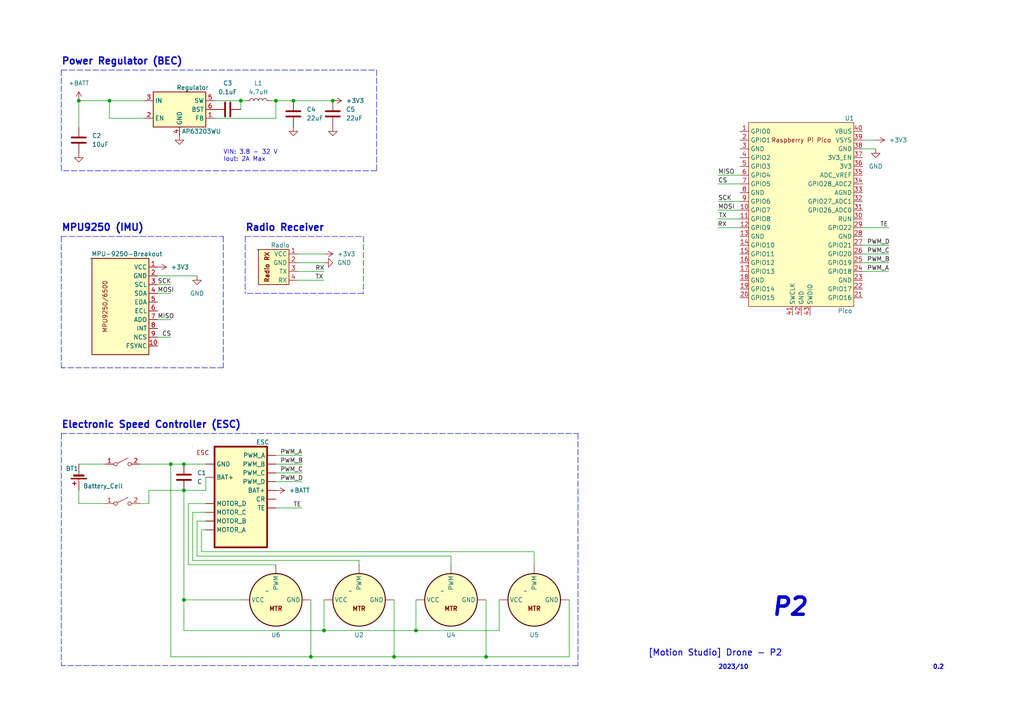
<source format=kicad_sch>
(kicad_sch (version 20230121) (generator eeschema)
  (paper "A4")
  (lib_symbols
    (symbol "Device:Battery_Cell" (pin_numbers hide) (pin_names (offset 0) hide)
      (property "Reference" "BT" (at 2.54 2.54 0))
      (property "Value" "Battery_Cell" (at 2.54 0 0))
      (symbol "Battery_Cell_0_1"
        (rectangle (start -2.286 1.778) (end 2.286 1.524) (fill (type outline)))
        (rectangle (start -1.524 1.016) (end 1.524 0.508) (fill (type outline)))
        (polyline (pts (xy 0 0.762) (xy 0 0)))
        (polyline (pts (xy 0 1.778) (xy 0 2.54)))
        (polyline (pts (xy 0.762 3.048) (xy 1.778 3.048)) (stroke (width 0.254)))
        (polyline (pts (xy 1.27 3.556) (xy 1.27 2.54)) (stroke (width 0.254)))
      )
      (symbol "Battery_Cell_1_1"
        (pin passive line (at 0 5.08 270) (length 2.54) (name "+") (number "1"))
        (pin passive line (at 0 -2.54 90) (length 2.54) (name "-") (number "2"))
      )
    )
    (symbol "Device:C" (pin_numbers hide) (pin_names (offset 0.254))
      (property "Reference" "C" (at 0.635 2.54 0))
      (property "Value" "C" (at 0.635 -2.54 0))
      (symbol "C_0_1"
        (polyline (pts (xy -2.032 -0.762) (xy 2.032 -0.762)) (stroke (width 0.508)))
        (polyline (pts (xy -2.032 0.762) (xy 2.032 0.762)) (stroke (width 0.508)))
      )
      (symbol "C_1_1"
        (pin passive line (at 0 3.81 270) (length 2.794) (name "~") (number "1"))
        (pin passive line (at 0 -3.81 90) (length 2.794) (name "~") (number "2"))
      )
    )
    (symbol "Device:L" (pin_numbers hide) (pin_names (offset 1.016) hide)
      (property "Reference" "L" (at -1.27 0 90))
      (property "Value" "L" (at 1.905 0 90))
      (symbol "L_0_1"
        (arc (start 0 -2.54) (mid 0.6323 -1.905) (end 0 -1.27))
        (arc (start 0 -1.27) (mid 0.6323 -0.635) (end 0 0))
        (arc (start 0 0) (mid 0.6323 0.635) (end 0 1.27))
        (arc (start 0 1.27) (mid 0.6323 1.905) (end 0 2.54))
      )
      (symbol "L_1_1"
        (pin passive line (at 0 3.81 270) (length 1.27) (name "1") (number "1"))
        (pin passive line (at 0 -3.81 90) (length 1.27) (name "2") (number "2"))
      )
    )
    (symbol "ESC_General_1"
      (property "Reference" "U3" (at 13.97 1.27 0))
      (property "Value" "~" (at 0 -5.08 0))
      (symbol "ESC_General_1_0_0"
        (text_box "ESC" (at -6.35 0 0) (size 0 0) (effects (font (size 1.27 1.27)) (justify left top)))
      )
      (symbol "ESC_General_1_1_1"
        (rectangle (start 0 0) (end 15.24 -29.21) (stroke (width 0.5) (color 132 0 0 1)) (fill (type background)))
        (pin power_in line (at -2.54 -8.89 0) (length 2.54) (name "BAT+") (number ""))
        (pin power_out line (at 17.78 -12.7 180) (length 2.54) (name "BAT+") (number ""))
        (pin bidirectional line (at 17.78 -15.24 180) (length 2.54) (name "CR") (number ""))
        (pin bidirectional line (at -2.54 -5.08 0) (length 2.54) (name "GND") (number ""))
        (pin output line (at -2.54 -24.13 0) (length 2.54) (name "MOTOR_A") (number ""))
        (pin output line (at -2.54 -21.59 0) (length 2.54) (name "MOTOR_B") (number ""))
        (pin output line (at -2.54 -19.05 0) (length 2.54) (name "MOTOR_C") (number ""))
        (pin output line (at -2.54 -16.51 0) (length 2.54) (name "MOTOR_D") (number ""))
        (pin input line (at 17.78 -2.54 180) (length 2.54) (name "PWM_A") (number ""))
        (pin input line (at 17.78 -5.08 180) (length 2.54) (name "PWM_B") (number ""))
        (pin input line (at 17.78 -7.62 180) (length 2.54) (name "PWM_C") (number ""))
        (pin input line (at 17.78 -10.16 180) (length 2.54) (name "PWM_D") (number ""))
        (pin bidirectional line (at 17.78 -17.78 180) (length 2.54) (name "TE") (number ""))
      )
    )
    (symbol "MCU_RaspberryPi_and_Boards:Pico"
      (property "Reference" "U" (at -13.97 27.94 0))
      (property "Value" "Pico" (at 0 19.05 0))
      (symbol "Pico_0_0"
        (text "Raspberry Pi Pico" (at 0 21.59 0) (effects (font (size 1.27 1.27))))
      )
      (symbol "Pico_0_1"
        (rectangle (start -15.24 26.67) (end 15.24 -26.67) (fill (type background)))
      )
      (symbol "Pico_1_1"
        (pin bidirectional line (at -17.78 24.13 0) (length 2.54) (name "GPIO0") (number "1"))
        (pin bidirectional line (at -17.78 1.27 0) (length 2.54) (name "GPIO7") (number "10"))
        (pin bidirectional line (at -17.78 -1.27 0) (length 2.54) (name "GPIO8") (number "11"))
        (pin bidirectional line (at -17.78 -3.81 0) (length 2.54) (name "GPIO9") (number "12"))
        (pin power_in line (at -17.78 -6.35 0) (length 2.54) (name "GND") (number "13"))
        (pin bidirectional line (at -17.78 -8.89 0) (length 2.54) (name "GPIO10") (number "14"))
        (pin bidirectional line (at -17.78 -11.43 0) (length 2.54) (name "GPIO11") (number "15"))
        (pin bidirectional line (at -17.78 -13.97 0) (length 2.54) (name "GPIO12") (number "16"))
        (pin bidirectional line (at -17.78 -16.51 0) (length 2.54) (name "GPIO13") (number "17"))
        (pin power_in line (at -17.78 -19.05 0) (length 2.54) (name "GND") (number "18"))
        (pin bidirectional line (at -17.78 -21.59 0) (length 2.54) (name "GPIO14") (number "19"))
        (pin bidirectional line (at -17.78 21.59 0) (length 2.54) (name "GPIO1") (number "2"))
        (pin bidirectional line (at -17.78 -24.13 0) (length 2.54) (name "GPIO15") (number "20"))
        (pin bidirectional line (at 17.78 -24.13 180) (length 2.54) (name "GPIO16") (number "21"))
        (pin bidirectional line (at 17.78 -21.59 180) (length 2.54) (name "GPIO17") (number "22"))
        (pin power_in line (at 17.78 -19.05 180) (length 2.54) (name "GND") (number "23"))
        (pin bidirectional line (at 17.78 -16.51 180) (length 2.54) (name "GPIO18") (number "24"))
        (pin bidirectional line (at 17.78 -13.97 180) (length 2.54) (name "GPIO19") (number "25"))
        (pin bidirectional line (at 17.78 -11.43 180) (length 2.54) (name "GPIO20") (number "26"))
        (pin bidirectional line (at 17.78 -8.89 180) (length 2.54) (name "GPIO21") (number "27"))
        (pin power_in line (at 17.78 -6.35 180) (length 2.54) (name "GND") (number "28"))
        (pin bidirectional line (at 17.78 -3.81 180) (length 2.54) (name "GPIO22") (number "29"))
        (pin power_in line (at -17.78 19.05 0) (length 2.54) (name "GND") (number "3"))
        (pin input line (at 17.78 -1.27 180) (length 2.54) (name "RUN") (number "30"))
        (pin bidirectional line (at 17.78 1.27 180) (length 2.54) (name "GPIO26_ADC0") (number "31"))
        (pin bidirectional line (at 17.78 3.81 180) (length 2.54) (name "GPIO27_ADC1") (number "32"))
        (pin power_in line (at 17.78 6.35 180) (length 2.54) (name "AGND") (number "33"))
        (pin bidirectional line (at 17.78 8.89 180) (length 2.54) (name "GPIO28_ADC2") (number "34"))
        (pin power_in line (at 17.78 11.43 180) (length 2.54) (name "ADC_VREF") (number "35"))
        (pin power_in line (at 17.78 13.97 180) (length 2.54) (name "3V3") (number "36"))
        (pin input line (at 17.78 16.51 180) (length 2.54) (name "3V3_EN") (number "37"))
        (pin bidirectional line (at 17.78 19.05 180) (length 2.54) (name "GND") (number "38"))
        (pin power_in line (at 17.78 21.59 180) (length 2.54) (name "VSYS") (number "39"))
        (pin bidirectional line (at -17.78 16.51 0) (length 2.54) (name "GPIO2") (number "4"))
        (pin power_in line (at 17.78 24.13 180) (length 2.54) (name "VBUS") (number "40"))
        (pin input line (at -2.54 -29.21 90) (length 2.54) (name "SWCLK") (number "41"))
        (pin power_in line (at 0 -29.21 90) (length 2.54) (name "GND") (number "42"))
        (pin bidirectional line (at 2.54 -29.21 90) (length 2.54) (name "SWDIO") (number "43"))
        (pin bidirectional line (at -17.78 13.97 0) (length 2.54) (name "GPIO3") (number "5"))
        (pin bidirectional line (at -17.78 11.43 0) (length 2.54) (name "GPIO4") (number "6"))
        (pin bidirectional line (at -17.78 8.89 0) (length 2.54) (name "GPIO5") (number "7"))
        (pin power_in line (at -17.78 6.35 0) (length 2.54) (name "GND") (number "8"))
        (pin bidirectional line (at -17.78 3.81 0) (length 2.54) (name "GPIO6") (number "9"))
      )
    )
    (symbol "Parts:HappyModelRadio_Recevier"
      (property "Reference" "U" (at 0 1.27 0))
      (symbol "HappyModelRadio_Recevier_1_1"
        (rectangle (start 0 0) (end 8.89 -10.16) (stroke (width 0.2)) (fill (type background)))
        (text "Radio RX" (at 2.54 -5.08 900) (effects (font (size 1.27 1.27) bold)))
        (pin power_in line (at 11.43 -1.27 180) (length 2.54) (name "VCC") (number "1"))
        (pin power_in line (at 11.43 -3.81 180) (length 2.54) (name "GND") (number "2"))
        (pin bidirectional line (at 11.43 -6.35 180) (length 2.54) (name "TX") (number "3"))
        (pin bidirectional line (at 11.43 -8.89 180) (length 2.54) (name "RX") (number "4"))
      )
    )
    (symbol "Parts:Motor_General"
      (property "Reference" "U" (at -10.16 5.08 0))
      (symbol "Motor_General_1_1"
        (circle (center 2.54 -2.54) (radius 7.62) (stroke (width 0.3) (color 72 0 0 1)) (fill (type background)))
        (text "MTR" (at 2.54 -5.08 0) (effects (font (size 1.27 1.27) bold)))
        (pin bidirectional line (at 12.7 -2.54 180) (length 2.54) (name "GND") (number ""))
        (pin input line (at 2.54 7.62 270) (length 2.54) (name "PWM") (number ""))
        (pin power_in line (at -7.62 -2.54 0) (length 2.54) (name "VCC") (number ""))
      )
    )
    (symbol "Regulator_Switching:AP63203WU"
      (property "Reference" "U" (at -7.62 6.35 0))
      (property "Value" "AP63203WU" (at 2.54 6.35 0))
      (symbol "AP63203WU_0_1"
        (rectangle (start -7.62 5.08) (end 7.62 -5.08) (stroke (width 0.254)) (fill (type background)))
      )
      (symbol "AP63203WU_1_1"
        (pin input line (at 10.16 -2.54 180) (length 2.54) (name "FB") (number "1"))
        (pin input line (at -10.16 -2.54 0) (length 2.54) (name "EN") (number "2"))
        (pin power_in line (at -10.16 2.54 0) (length 2.54) (name "IN") (number "3"))
        (pin power_in line (at 0 -7.62 90) (length 2.54) (name "GND") (number "4"))
        (pin output line (at 10.16 2.54 180) (length 2.54) (name "SW") (number "5"))
        (pin passive line (at 10.16 0 180) (length 2.54) (name "BST") (number "6"))
      )
    )
    (symbol "Sensor_Motion:MP9250-Breakout"
      (property "Reference" "MPU-9250-Breakout" (at 10.16 2.54 0))
      (property "Footprint" "Connector_PinHeader_2.54mm:MPU9250-Breakout" (at 25.4 6.35 0))
      (symbol "MP9250-Breakout_1_1"
        (rectangle (start 0 0) (end 16.51 -27.94) (stroke (width 0.254)) (fill (type background)))
        (text "MPU9250/6500" (at 3.81 -13.97 900) (effects (font (size 1.27 1.27))))
        (pin power_in line (at 19.05 -2.54 180) (length 2.54) (name "VCC") (number "1"))
        (pin bidirectional line (at 19.05 -25.4 180) (length 2.54) (name "FSYNC") (number "10"))
        (pin power_in line (at 19.05 -5.08 180) (length 2.54) (name "GND") (number "2"))
        (pin bidirectional line (at 19.05 -7.62 180) (length 2.54) (name "SCL") (number "3"))
        (pin bidirectional line (at 19.05 -10.16 180) (length 2.54) (name "SDA") (number "4"))
        (pin bidirectional line (at 19.05 -12.7 180) (length 2.54) (name "EDA") (number "5"))
        (pin bidirectional line (at 19.05 -15.24 180) (length 2.54) (name "ECL") (number "6"))
        (pin bidirectional line (at 19.05 -17.78 180) (length 2.54) (name "ADO") (number "7"))
        (pin bidirectional line (at 19.05 -20.32 180) (length 2.54) (name "INT") (number "8"))
        (pin bidirectional line (at 19.05 -22.86 180) (length 2.54) (name "NCS") (number "9"))
      )
    )
    (symbol "Switch:SW_DPST_x2" (pin_names (offset 0) hide)
      (property "Reference" "SW" (at 0 3.175 0))
      (property "Value" "SW_DPST_x2" (at 0 -2.54 0))
      (symbol "SW_DPST_x2_0_0"
        (circle (center -2.032 0) (radius 0.508))
        (polyline (pts (xy -1.524 0.254) (xy 1.524 1.778)))
        (circle (center 2.032 0) (radius 0.508))
      )
      (symbol "SW_DPST_x2_1_1"
        (pin passive line (at -5.08 0 0) (length 2.54) (name "A") (number "1"))
        (pin passive line (at 5.08 0 180) (length 2.54) (name "B") (number "2"))
      )
      (symbol "SW_DPST_x2_2_1"
        (pin passive line (at -5.08 0 0) (length 2.54) (name "A") (number "3"))
        (pin passive line (at 5.08 0 180) (length 2.54) (name "B") (number "4"))
      )
    )
    (symbol "power:+3V3" (power) (pin_names (offset 0))
      (property "Value" "+3V3" (at 0 3.556 0))
      (symbol "+3V3_0_1"
        (polyline (pts (xy -0.762 1.27) (xy 0 2.54)))
        (polyline (pts (xy 0 0) (xy 0 2.54)))
        (polyline (pts (xy 0 2.54) (xy 0.762 1.27)))
      )
      (symbol "+3V3_1_1"
        (pin power_in line (at 0 0 90) (length 0) hide (name "+3V3") (number "1"))
      )
    )
    (symbol "power:+BATT" (power) (pin_names (offset 0))
      (property "Value" "+BATT" (at 0 3.556 0))
      (symbol "+BATT_0_1"
        (polyline (pts (xy -0.762 1.27) (xy 0 2.54)))
        (polyline (pts (xy 0 0) (xy 0 2.54)))
        (polyline (pts (xy 0 2.54) (xy 0.762 1.27)))
      )
      (symbol "+BATT_1_1"
        (pin power_in line (at 0 0 90) (length 0) hide (name "+BATT") (number "1"))
      )
    )
    (symbol "power:GND" (power) (pin_names (offset 0))
      (property "Value" "GND" (at 0 -3.81 0))
      (symbol "GND_0_1"
        (polyline (pts (xy 0 0) (xy 0 -1.27) (xy 1.27 -1.27) (xy 0 -2.54) (xy -1.27 -1.27) (xy 0 -1.27)))
      )
      (symbol "GND_1_1"
        (pin power_in line (at 0 0 270) (length 0) hide (name "GND") (number "1"))
      )
    )
  )
  (junction (at 93.98 182.88))
  (junction (at 120.65 182.88))
  (junction (at 53.34 134.62))
  (junction (at 49.53 134.62))
  (junction (at 140.97 190.5))
  (junction (at 22.86 29.21))
  (junction (at 31.75 29.21))
  (junction (at 69.85 29.21))
  (junction (at 85.09 29.21))
  (junction (at 53.34 142.24))
  (junction (at 53.34 173.99))
  (junction (at 96.52 29.21))
  (junction (at 80.01 29.21))
  (junction (at 114.3 190.5))
  (junction (at 90.17 190.5))
  (polyline (pts (xy 17.78 20.32) (xy 109.22 20.32)) (stroke (width 0) (type dash)))
  (wire (pts (xy 54.61 163.83) (xy 80.01 163.83)))
  (wire (pts (xy 208.28 60.96) (xy 214.63 60.96)))
  (wire (pts (xy 85.09 29.21) (xy 96.52 29.21)))
  (wire (pts (xy 31.75 29.21) (xy 41.91 29.21)))
  (polyline (pts (xy 109.22 49.53) (xy 17.78 49.53)) (stroke (width 0) (type dash)))
  (wire (pts (xy 90.17 190.5) (xy 49.53 190.5)))
  (polyline (pts (xy 17.78 125.73) (xy 17.78 193.04)) (stroke (width 0) (type dash)))
  (wire (pts (xy 80.01 29.21) (xy 80.01 34.29)))
  (wire (pts (xy 154.94 160.02) (xy 154.94 163.83)))
  (wire (pts (xy 53.34 134.62) (xy 59.69 134.62)))
  (wire (pts (xy 208.28 50.8) (xy 214.63 50.8)))
  (wire (pts (xy 80.01 29.21) (xy 85.09 29.21)))
  (wire (pts (xy 57.15 151.13) (xy 57.15 161.29)))
  (polyline (pts (xy 71.12 68.58) (xy 105.41 68.58)) (stroke (width 0) (type dash)))
  (wire (pts (xy 250.19 73.66) (xy 257.81 73.66)))
  (wire (pts (xy 53.34 182.88) (xy 93.98 182.88)))
  (wire (pts (xy 130.81 161.29) (xy 130.81 163.83)))
  (polyline (pts (xy 167.64 193.04) (xy 17.78 193.04)) (stroke (width 0) (type dash)))
  (polyline (pts (xy 105.41 68.58) (xy 105.41 85.09)) (stroke (width 0) (type dash)))
  (wire (pts (xy 93.98 182.88) (xy 120.65 182.88)))
  (wire (pts (xy 59.69 146.05) (xy 54.61 146.05)))
  (wire (pts (xy 214.63 63.5) (xy 208.28 63.5)))
  (wire (pts (xy 250.19 43.18) (xy 254 43.18)))
  (wire (pts (xy 54.61 146.05) (xy 54.61 163.83)))
  (polyline (pts (xy 17.78 20.32) (xy 17.78 49.53)) (stroke (width 0) (type dash)))
  (wire (pts (xy 58.42 160.02) (xy 154.94 160.02)))
  (wire (pts (xy 59.69 153.67) (xy 58.42 153.67)))
  (wire (pts (xy 53.34 182.88) (xy 53.34 173.99)))
  (wire (pts (xy 78.74 29.21) (xy 80.01 29.21)))
  (wire (pts (xy 80.01 139.7) (xy 87.63 139.7)))
  (wire (pts (xy 80.01 134.62) (xy 87.63 134.62)))
  (wire (pts (xy 55.88 162.56) (xy 104.14 162.56)))
  (wire (pts (xy 59.69 151.13) (xy 57.15 151.13)))
  (polyline (pts (xy 17.78 68.58) (xy 17.78 106.68)) (stroke (width 0) (type dash)))
  (wire (pts (xy 45.72 97.79) (xy 49.53 97.79)))
  (wire (pts (xy 257.81 66.04) (xy 250.19 66.04)))
  (wire (pts (xy 250.19 78.74) (xy 257.81 78.74)))
  (wire (pts (xy 58.42 153.67) (xy 58.42 160.02)))
  (wire (pts (xy 80.01 137.16) (xy 87.63 137.16)))
  (wire (pts (xy 59.69 148.59) (xy 55.88 148.59)))
  (wire (pts (xy 62.23 34.29) (xy 80.01 34.29)))
  (wire (pts (xy 40.64 134.62) (xy 49.53 134.62)))
  (wire (pts (xy 45.72 92.71) (xy 49.53 92.71)))
  (wire (pts (xy 55.88 148.59) (xy 55.88 162.56)))
  (wire (pts (xy 45.72 85.09) (xy 49.53 85.09)))
  (wire (pts (xy 120.65 182.88) (xy 144.78 182.88)))
  (wire (pts (xy 69.85 29.21) (xy 71.12 29.21)))
  (polyline (pts (xy 109.22 20.32) (xy 109.22 49.53)) (stroke (width 0) (type dash)))
  (wire (pts (xy 114.3 190.5) (xy 114.3 173.99)))
  (wire (pts (xy 250.19 71.12) (xy 257.81 71.12)))
  (wire (pts (xy 43.18 142.24) (xy 53.34 142.24)))
  (polyline (pts (xy 64.77 106.68) (xy 17.78 106.68)) (stroke (width 0) (type dash)))
  (wire (pts (xy 22.86 29.21) (xy 22.86 36.83)))
  (wire (pts (xy 22.86 134.62) (xy 30.48 134.62)))
  (wire (pts (xy 90.17 190.5) (xy 90.17 173.99)))
  (wire (pts (xy 86.36 78.74) (xy 93.98 78.74)))
  (wire (pts (xy 49.53 134.62) (xy 49.53 190.5)))
  (wire (pts (xy 45.72 82.55) (xy 49.53 82.55)))
  (wire (pts (xy 69.85 173.99) (xy 53.34 173.99)))
  (wire (pts (xy 22.86 146.05) (xy 22.86 142.24)))
  (wire (pts (xy 86.36 76.2) (xy 93.98 76.2)))
  (wire (pts (xy 250.19 76.2) (xy 257.81 76.2)))
  (wire (pts (xy 214.63 66.04) (xy 208.28 66.04)))
  (wire (pts (xy 31.75 29.21) (xy 31.75 34.29)))
  (polyline (pts (xy 17.78 68.58) (xy 64.77 68.58)) (stroke (width 0) (type dash)))
  (wire (pts (xy 90.17 190.5) (xy 114.3 190.5)))
  (wire (pts (xy 62.23 29.21) (xy 69.85 29.21)))
  (polyline (pts (xy 17.78 125.73) (xy 167.64 125.73)) (stroke (width 0) (type dash)))
  (wire (pts (xy 120.65 182.88) (xy 120.65 173.99)))
  (wire (pts (xy 43.18 142.24) (xy 43.18 146.05)))
  (wire (pts (xy 87.63 147.32) (xy 80.01 147.32)))
  (wire (pts (xy 80.01 132.08) (xy 87.63 132.08)))
  (wire (pts (xy 59.69 138.43) (xy 59.69 142.24)))
  (wire (pts (xy 59.69 142.24) (xy 53.34 142.24)))
  (polyline (pts (xy 167.64 125.73) (xy 167.64 193.04)) (stroke (width 0) (type dash)))
  (wire (pts (xy 41.91 34.29) (xy 31.75 34.29)))
  (wire (pts (xy 69.85 29.21) (xy 69.85 31.75)))
  (polyline (pts (xy 105.41 85.09) (xy 71.12 85.09)) (stroke (width 0) (type dash)))
  (wire (pts (xy 114.3 190.5) (xy 140.97 190.5)))
  (wire (pts (xy 208.28 58.42) (xy 214.63 58.42)))
  (wire (pts (xy 104.14 162.56) (xy 104.14 163.83)))
  (wire (pts (xy 93.98 182.88) (xy 93.98 173.99)))
  (wire (pts (xy 57.15 161.29) (xy 130.81 161.29)))
  (wire (pts (xy 22.86 146.05) (xy 30.48 146.05)))
  (wire (pts (xy 254 40.64) (xy 250.19 40.64)))
  (wire (pts (xy 57.15 80.01) (xy 45.72 80.01)))
  (wire (pts (xy 53.34 142.24) (xy 53.34 173.99)))
  (wire (pts (xy 144.78 173.99) (xy 144.78 182.88)))
  (wire (pts (xy 165.1 173.99) (xy 165.1 190.5)))
  (polyline (pts (xy 71.12 68.58) (xy 71.12 85.09)) (stroke (width 0) (type dash)))
  (wire (pts (xy 43.18 146.05) (xy 40.64 146.05)))
  (wire (pts (xy 49.53 134.62) (xy 53.34 134.62)))
  (wire (pts (xy 86.36 73.66) (xy 93.98 73.66)))
  (wire (pts (xy 140.97 190.5) (xy 165.1 190.5)))
  (wire (pts (xy 22.86 29.21) (xy 31.75 29.21)))
  (wire (pts (xy 208.28 53.34) (xy 214.63 53.34)))
  (wire (pts (xy 86.36 81.28) (xy 93.98 81.28)))
  (polyline (pts (xy 64.77 68.58) (xy 64.77 106.68)) (stroke (width 0) (type dash)))
  (wire (pts (xy 140.97 190.5) (xy 140.97 173.99)))
  (text "P2" (at 223.52 179.07 0) (effects (font (size 5 5) (thickness 1) bold italic) (justify left bottom)))
  (text "2023/10" (at 208.28 194.31 0) (effects (font (size 1.27 1.27) bold) (justify left bottom)))
  (text "MPU9250 (IMU)" (at 17.78 67.31 0) (effects (font (size 2 2) (thickness 0.4) bold) (justify left bottom)))
  (text "Power Regulator (BEC)" (at 17.78 19.05 0) (effects (font (size 2 2) (thickness 0.4) bold) (justify left bottom)))
  (text "[Motion Studio] Drone - P2" (at 187.96 190.5 0) (effects (font (size 1.8 1.8) (thickness 0.254) bold) (justify left bottom)))
  (text "0.2" (at 270.51 194.31 0) (effects (font (size 1.27 1.27) bold) (justify left bottom)))
  (text "Electronic Speed Controller (ESC)" (at 17.78 124.46 0) (effects (font (size 2 2) (thickness 0.4) bold) (justify left bottom)))
  (text "Radio Receiver" (at 71.12 67.31 0) (effects (font (size 2 2) (thickness 0.4) bold) (justify left bottom)))
  (text "VIN: 3.8 - 32 V\nIout: 2A Max" (at 64.77 46.99 0) (effects (font (size 1.27 1.27)) (justify left bottom)))
  (label "SCK" (at 45.72 82.55 0))
  (label "MISO" (at 45.72 92.71 0))
  (label "TX" (at 210.82 63.5 180))
  (label "RX" (at 210.82 66.04 180))
  (label "PWM_A" (at 251.46 78.74 0))
  (label "PWM_C" (at 251.46 73.66 0))
  (label "TE" (at 255.27 66.04 0))
  (label "MOSI" (at 45.72 85.09 0))
  (label "PWM_B" (at 81.28 134.62 0))
  (label "TE" (at 85.09 147.32 0))
  (label "PWM_B" (at 251.46 76.2 0))
  (label "MISO" (at 208.28 50.8 0))
  (label "CS" (at 208.28 53.34 0))
  (label "MOSI" (at 208.28 60.96 0))
  (label "CS" (at 46.99 97.79 0))
  (label "SCK" (at 208.28 58.42 0))
  (label "RX" (at 91.44 78.74 0))
  (label "PWM_C" (at 81.28 137.16 0))
  (label "PWM_D" (at 251.46 71.12 0))
  (label "TX" (at 91.44 81.28 0))
  (label "PWM_D" (at 81.28 139.7 0))
  (label "PWM_A" (at 81.28 132.08 0))
  (symbol (lib_id "Device:C") (at 53.34 138.43 0) (unit 1)
    (property "Reference" "C1" (at 57.15 137.16 0) (effects (justify left)))
    (property "Value" "C" (at 57.15 139.7 0) (effects (justify left)))
  )
  (symbol (lib_id "Parts:HappyModelRadio_Recevier") (at 74.93 72.39 0) (unit 1)
    (property "Reference" "Radio" (at 81.28 71.12 0))
    (property "Value" "~" (at 74.93 72.39 0))
  )
  (symbol (lib_id "Device:C") (at 22.86 40.64 0) (unit 1)
    (property "Reference" "C2" (at 26.67 39.37 0) (effects (justify left)))
    (property "Value" "10uF" (at 26.67 41.91 0) (effects (justify left)))
  )
  (symbol (lib_id "Parts:Motor_General") (at 128.27 171.45 0) (unit 1)
    (property "Reference" "U4" (at 130.81 184.15 0))
    (property "Value" "~" (at 128.27 171.45 0))
  )
  (symbol (lib_id "power:GND") (at 22.86 44.45 0) (unit 1)
    (property "Reference" "#PWR02" (effects hide))
    (property "Value" "GND" (effects hide))
  )
  (symbol (lib_id "power:+3V3") (at 93.98 73.66 270) (unit 1)
    (property "Reference" "#PWR012" (effects hide))
    (property "Value" "+3V3" (at 97.79 73.66 90) (effects (justify left)))
  )
  (symbol (lib_id "power:+3V3") (at 45.72 77.47 270) (unit 1)
    (property "Reference" "#PWR010" (effects hide))
    (property "Value" "+3V3" (at 49.53 77.47 90) (effects (justify left)))
  )
  (symbol (lib_id "Device:Battery_Cell") (at 22.86 137.16 180) (unit 1)
    (property "Reference" "BT1" (at 19.05 135.89 0) (effects (justify right)))
    (property "Value" "Battery_Cell" (at 24.13 140.97 0) (effects (justify right)))
  )
  (symbol (lib_id "Switch:SW_DPST_x2") (at 35.56 146.05 0) (unit 1)
    (property "Reference" "SW2" (effects hide))
    (property "Value" "SW_DPST_x2" (effects hide))
  )
  (symbol (lib_id "Switch:SW_DPST_x2") (at 35.56 134.62 0) (unit 1)
    (property "Reference" "SW1" (effects hide))
    (property "Value" "SW_DPST_x2" (effects hide))
  )
  (symbol (lib_id "Device:C") (at 66.04 31.75 90) (unit 1)
    (property "Reference" "C3" (at 66.04 24.13 90))
    (property "Value" "0.1uF" (at 66.04 26.67 90))
  )
  (symbol (lib_id "power:GND") (at 254 43.18 0) (unit 1)
    (property "Reference" "#PWR09" (effects hide))
    (property "Value" "GND" (at 254 48.26 0))
  )
  (symbol (lib_id "power:+BATT") (at 22.86 29.21 0) (unit 1)
    (property "Reference" "#PWR07" (effects hide))
    (property "Value" "+BATT" (at 22.86 24.13 0))
  )
  (symbol (lib_id "Parts:Motor_General") (at 101.6 171.45 0) (unit 1)
    (property "Reference" "U2" (at 104.14 184.15 0))
    (property "Value" "~" (at 101.6 171.45 0))
  )
  (symbol (lib_id "Parts:Motor_General") (at 77.47 171.45 0) (unit 1)
    (property "Reference" "U6" (at 80.01 184.15 0))
    (property "Value" "~" (at 77.47 171.45 0))
  )
  (symbol (lib_id "power:GND") (at 93.98 76.2 90) (unit 1)
    (property "Reference" "#PWR013" (effects hide))
    (property "Value" "GND" (at 97.79 76.2 90) (effects (justify right)))
  )
  (symbol (lib_id "Device:C") (at 96.52 33.02 0) (unit 1)
    (property "Reference" "C5" (at 100.33 31.75 0) (effects (justify left)))
    (property "Value" "22uF" (at 100.33 34.29 0) (effects (justify left)))
  )
  (symbol (lib_id "power:+3V3") (at 254 40.64 270) (unit 1)
    (property "Reference" "#PWR01" (effects hide))
    (property "Value" "+3V3" (at 257.81 40.64 90) (effects (justify left)))
  )
  (symbol (lib_id "power:GND") (at 52.07 39.37 0) (unit 1)
    (property "Reference" "#PWR03" (effects hide))
    (property "Value" "GND" (effects hide))
  )
  (symbol (lib_name "ESC_General_1") (lib_id "Parts:ESC_General") (at 62.23 129.54 0) (unit 1)
    (property "Reference" "ESC" (at 76.2 128.27 0))
    (property "Value" "~" (at 62.23 134.62 0))
  )
  (symbol (lib_id "power:+BATT") (at 80.01 142.24 270) (unit 1)
    (property "Reference" "#PWR08" (effects hide))
    (property "Value" "+BATT" (at 83.82 142.24 90) (effects (justify left)))
  )
  (symbol (lib_id "power:GND") (at 57.15 80.01 0) (unit 1)
    (property "Reference" "#PWR011" (effects hide))
    (property "Value" "GND" (at 57.15 85.09 0))
  )
  (symbol (lib_id "Device:L") (at 74.93 29.21 90) (unit 1)
    (property "Reference" "L1" (at 74.93 24.13 90))
    (property "Value" "4.7uH" (at 74.93 26.67 90))
  )
  (symbol (lib_id "power:GND") (at 96.52 36.83 0) (unit 1)
    (property "Reference" "#PWR05" (effects hide))
    (property "Value" "GND" (effects hide))
  )
  (symbol (lib_id "power:+3V3") (at 96.52 29.21 270) (unit 1)
    (property "Reference" "#PWR06" (effects hide))
    (property "Value" "+3V3" (at 100.33 29.21 90) (effects (justify left)))
  )
  (symbol (lib_id "Sensor_Motion:MP9250-Breakout") (at 26.67 74.93 0) (unit 1)
    (property "Reference" "MPU-9250-Breakout" (at 36.83 73.66 0))
    (property "Value" "~" (at 26.67 74.93 0))
    (property "Footprint" "Connector_PinHeader_2.54mm:MPU9250-Breakout" (effects hide))
  )
  (symbol (lib_id "Regulator_Switching:AP63203WU") (at 52.07 31.75 0) (unit 1)
    (property "Reference" "Regulator" (at 55.88 25.4 0))
    (property "Value" "AP63203WU" (at 58.42 38.1 0))
    (property "Footprint" "Package_TO_SOT_SMD:TSOT-23-6" (effects hide))
    (property "Datasheet" "https://www.diodes.com/assets/Datasheets/AP63200-AP63201-AP63203-AP63205.pdf" (effects hide))
  )
  (symbol (lib_id "MCU_RaspberryPi_and_Boards:Pico") (at 232.41 62.23 0) (unit 1)
    (property "Reference" "U1" (at 246.38 34.29 0))
    (property "Value" "Pico" (at 245.11 90.17 0))
    (property "Footprint" "RPi_Pico:RPi_Pico_SMD_TH" (effects hide))
  )
  (symbol (lib_id "Device:C") (at 85.09 33.02 0) (unit 1)
    (property "Reference" "C4" (at 88.9 31.75 0) (effects (justify left)))
    (property "Value" "22uF" (at 88.9 34.29 0) (effects (justify left)))
  )
  (symbol (lib_id "Parts:Motor_General") (at 152.4 171.45 0) (unit 1)
    (property "Reference" "U5" (at 154.94 184.15 0))
    (property "Value" "~" (at 152.4 171.45 0))
  )
  (symbol (lib_id "power:GND") (at 85.09 36.83 0) (unit 1)
    (property "Reference" "#PWR04" (effects hide))
    (property "Value" "GND" (effects hide))
  )
)
</source>
